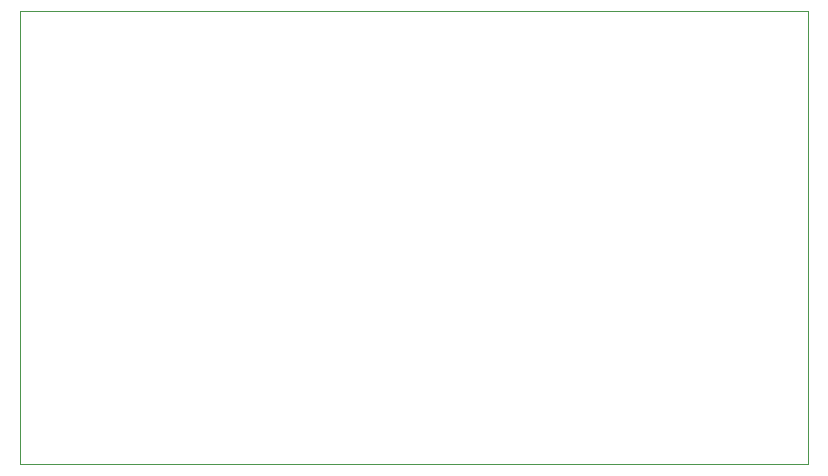
<source format=gm1>
%TF.GenerationSoftware,KiCad,Pcbnew,(6.0.2)*%
%TF.CreationDate,2022-04-17T22:42:43-04:00*%
%TF.ProjectId,macropadfr,6d616372-6f70-4616-9466-722e6b696361,rev?*%
%TF.SameCoordinates,Original*%
%TF.FileFunction,Profile,NP*%
%FSLAX46Y46*%
G04 Gerber Fmt 4.6, Leading zero omitted, Abs format (unit mm)*
G04 Created by KiCad (PCBNEW (6.0.2)) date 2022-04-17 22:42:43*
%MOMM*%
%LPD*%
G01*
G04 APERTURE LIST*
%TA.AperFunction,Profile*%
%ADD10C,0.100000*%
%TD*%
G04 APERTURE END LIST*
D10*
X147637500Y-73597500D02*
X214312500Y-73597500D01*
X214312500Y-73597500D02*
X214312500Y-111918750D01*
X214312500Y-111918750D02*
X147637500Y-111918750D01*
X147637500Y-111918750D02*
X147637500Y-73597500D01*
M02*

</source>
